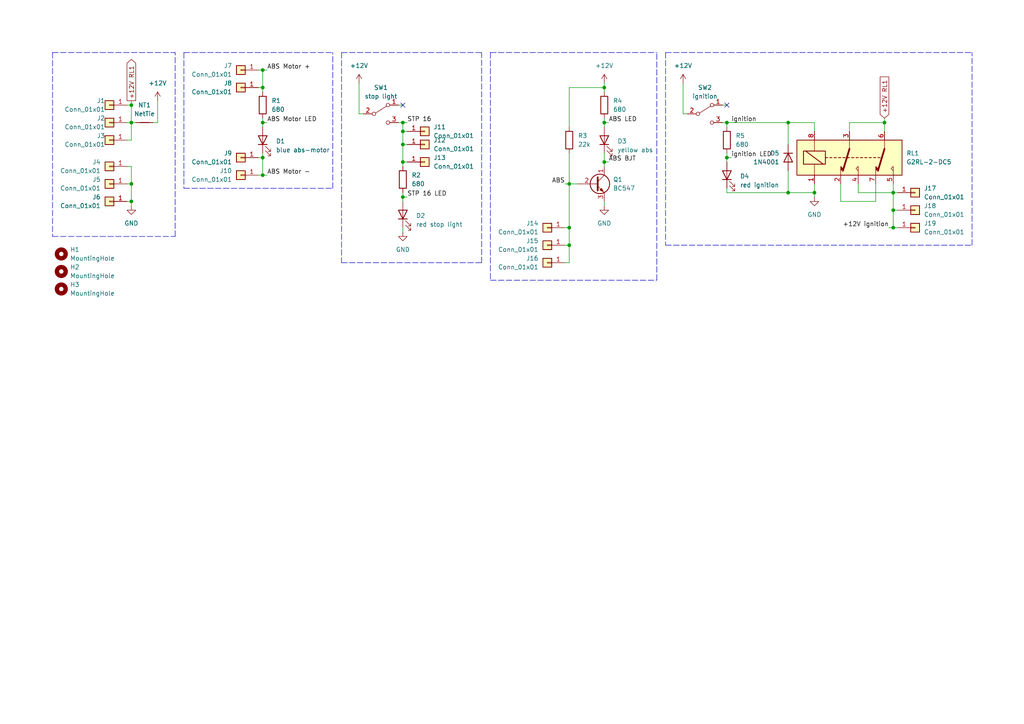
<source format=kicad_sch>
(kicad_sch (version 20211123) (generator eeschema)
  (paper "A4")
  (title_block (title "ABS Simulator Panel") (date "2022-09-20") (rev "${version}") (company "WTF eG") (comment 1 "author: marble") (comment 2 "project id: 2022019"))
  (lib_symbols
    (symbol "Connector_Generic:Conn_01x01" (pin_names (offset 1.016) hide)
      (property "Reference" "J" (at 0 2.54 0))
      (property "Value" "Conn_01x01" (at 0 -2.54 0))
      (symbol "Conn_01x01_1_1"
        (rectangle (start -1.27 0.127) (end 0 -0.127) (stroke (width 0.1524)))
        (rectangle (start -1.27 1.27) (end 1.27 -1.27) (stroke (width 0.254)) (fill (type background)))
        (pin passive line (at -5.08 0 0) (length 3.81) (name "Pin_1") (number "1"))
      )
    )
    (symbol "Device:LED" (pin_numbers hide) (pin_names (offset 1.016) hide)
      (property "Reference" "D" (at 0 2.54 0))
      (property "Value" "LED" (at 0 -2.54 0))
      (symbol "LED_0_1"
        (polyline (pts (xy -1.27 -1.27) (xy -1.27 1.27)) (stroke (width 0.254)))
        (polyline (pts (xy -1.27 0) (xy 1.27 0)))
        (polyline (pts (xy 1.27 -1.27) (xy 1.27 1.27) (xy -1.27 0) (xy 1.27 -1.27)) (stroke (width 0.254)))
        (polyline (pts (xy -3.048 -0.762) (xy -4.572 -2.286) (xy -3.81 -2.286) (xy -4.572 -2.286) (xy -4.572 -1.524)))
        (polyline (pts (xy -1.778 -0.762) (xy -3.302 -2.286) (xy -2.54 -2.286) (xy -3.302 -2.286) (xy -3.302 -1.524)))
      )
      (symbol "LED_1_1"
        (pin passive line (at -3.81 0 0) (length 2.54) (name "K") (number "1"))
        (pin passive line (at 3.81 0 180) (length 2.54) (name "A") (number "2"))
      )
    )
    (symbol "Device:NetTie_2" (pin_numbers hide) (pin_names (offset 0) hide)
      (property "Reference" "NT" (at 0 1.27 0))
      (property "Value" "NetTie_2" (at 0 -1.27 0))
      (symbol "NetTie_2_0_1"
        (polyline (pts (xy -1.27 0) (xy 1.27 0)) (stroke (width 0.254)))
      )
      (symbol "NetTie_2_1_1"
        (pin passive line (at -2.54 0 0) (length 2.54) (name "1") (number "1"))
        (pin passive line (at 2.54 0 180) (length 2.54) (name "2") (number "2"))
      )
    )
    (symbol "Device:R" (pin_numbers hide) (pin_names (offset 0))
      (property "Reference" "R" (at 2.032 0 90))
      (property "Value" "R" (at 0 0 90))
      (symbol "R_0_1"
        (rectangle (start -1.016 -2.54) (end 1.016 2.54) (stroke (width 0.254)))
      )
      (symbol "R_1_1"
        (pin passive line (at 0 3.81 270) (length 1.27) (name "~") (number "1"))
        (pin passive line (at 0 -3.81 90) (length 1.27) (name "~") (number "2"))
      )
    )
    (symbol "Diode:1N4001" (pin_numbers hide) (pin_names (offset 1.016) hide)
      (property "Reference" "D" (at 0 2.54 0))
      (property "Value" "1N4001" (at 0 -2.54 0))
      (symbol "1N4001_0_1"
        (polyline (pts (xy -1.27 1.27) (xy -1.27 -1.27)) (stroke (width 0.254)))
        (polyline (pts (xy 1.27 0) (xy -1.27 0)))
        (polyline (pts (xy 1.27 1.27) (xy 1.27 -1.27) (xy -1.27 0) (xy 1.27 1.27)) (stroke (width 0.254)))
      )
      (symbol "1N4001_1_1"
        (pin passive line (at -3.81 0 0) (length 2.54) (name "K") (number "1"))
        (pin passive line (at 3.81 0 180) (length 2.54) (name "A") (number "2"))
      )
    )
    (symbol "Mechanical:MountingHole" (pin_names (offset 1.016))
      (property "Reference" "H" (at 0 5.08 0))
      (property "Value" "MountingHole" (at 0 3.175 0))
      (symbol "MountingHole_0_1"
        (circle (center 0 0) (radius 1.27) (stroke (width 1.27)))
      )
    )
    (symbol "Relay:G2RL-2-DC5"
      (property "Reference" "RL" (at 16.51 3.81 0))
      (property "Value" "G2RL-2-DC5" (at 16.51 1.27 0))
      (symbol "G2RL-2-DC5_0_1"
        (rectangle (start -15.24 5.08) (end 15.24 -5.08) (stroke (width 0.254)) (fill (type background)))
        (rectangle (start -13.335 1.905) (end -6.985 -1.905) (stroke (width 0.254)))
        (polyline (pts (xy -12.7 -1.905) (xy -7.62 1.905)) (stroke (width 0.254)))
        (polyline (pts (xy -10.16 -5.08) (xy -10.16 -1.905)))
        (polyline (pts (xy -10.16 5.08) (xy -10.16 1.905)))
        (polyline (pts (xy -6.985 0) (xy -6.35 0)) (stroke (width 0.254)))
        (polyline (pts (xy -5.715 0) (xy -5.08 0)) (stroke (width 0.254)))
        (polyline (pts (xy -4.445 0) (xy -3.81 0)) (stroke (width 0.254)))
        (polyline (pts (xy -3.175 0) (xy -2.54 0)) (stroke (width 0.254)))
        (polyline (pts (xy -1.905 0) (xy -1.27 0)) (stroke (width 0.254)))
        (polyline (pts (xy -0.635 0) (xy 0 0)) (stroke (width 0.254)))
        (polyline (pts (xy 0 -2.54) (xy -1.905 3.81)) (stroke (width 0.508)))
        (polyline (pts (xy 0 -2.54) (xy 0 -5.08)))
        (polyline (pts (xy 0.635 0) (xy 1.27 0)) (stroke (width 0.254)))
        (polyline (pts (xy 1.905 0) (xy 2.54 0)) (stroke (width 0.254)))
        (polyline (pts (xy 3.175 0) (xy 3.81 0)) (stroke (width 0.254)))
        (polyline (pts (xy 4.445 0) (xy 5.08 0)) (stroke (width 0.254)))
        (polyline (pts (xy 5.715 0) (xy 6.35 0)) (stroke (width 0.254)))
        (polyline (pts (xy 6.985 0) (xy 7.62 0)) (stroke (width 0.254)))
        (polyline (pts (xy 8.255 0) (xy 8.89 0)) (stroke (width 0.254)))
        (polyline (pts (xy 10.16 -2.54) (xy 8.255 3.81)) (stroke (width 0.508)))
        (polyline (pts (xy 10.16 -2.54) (xy 10.16 -5.08)))
        (polyline (pts (xy -2.54 5.08) (xy -2.54 2.54) (xy -1.905 3.175) (xy -2.54 3.81)) (fill (type outline)))
        (polyline (pts (xy 2.54 5.08) (xy 2.54 2.54) (xy 1.905 3.175) (xy 2.54 3.81)))
        (polyline (pts (xy 7.62 5.08) (xy 7.62 2.54) (xy 8.255 3.175) (xy 7.62 3.81)) (fill (type outline)))
        (polyline (pts (xy 12.7 5.08) (xy 12.7 2.54) (xy 12.065 3.175) (xy 12.7 3.81)))
      )
      (symbol "G2RL-2-DC5_1_1"
        (pin passive line (at -10.16 7.62 270) (length 2.54) (name "~") (number "1"))
        (pin passive line (at -2.54 7.62 270) (length 2.54) (name "~") (number "2"))
        (pin passive line (at 0 -7.62 90) (length 2.54) (name "~") (number "3"))
        (pin passive line (at 2.54 7.62 270) (length 2.54) (name "~") (number "4"))
        (pin passive line (at 12.7 7.62 270) (length 2.54) (name "~") (number "5"))
        (pin passive line (at 10.16 -7.62 90) (length 2.54) (name "~") (number "6"))
        (pin passive line (at 7.62 7.62 270) (length 2.54) (name "~") (number "7"))
        (pin passive line (at -10.16 -7.62 90) (length 2.54) (name "~") (number "8"))
      )
    )
    (symbol "Switch:SW_SPDT" (pin_names (offset 0) hide)
      (property "Reference" "SW" (at 0 4.318 0))
      (property "Value" "SW_SPDT" (at 0 -5.08 0))
      (symbol "SW_SPDT_0_0"
        (circle (center -2.032 0) (radius 0.508))
        (circle (center 2.032 -2.54) (radius 0.508))
      )
      (symbol "SW_SPDT_0_1"
        (polyline (pts (xy -1.524 0.254) (xy 1.651 2.286)))
        (circle (center 2.032 2.54) (radius 0.508))
      )
      (symbol "SW_SPDT_1_1"
        (pin passive line (at 5.08 2.54 180) (length 2.54) (name "A") (number "1"))
        (pin passive line (at -5.08 0 0) (length 2.54) (name "B") (number "2"))
        (pin passive line (at 5.08 -2.54 180) (length 2.54) (name "C") (number "3"))
      )
    )
    (symbol "Transistor_BJT:BC547" (pin_names (offset 0) hide)
      (property "Reference" "Q" (at 5.08 1.905 0))
      (property "Value" "BC547" (at 5.08 0 0))
      (symbol "BC547_0_1"
        (polyline (pts (xy 0 0) (xy 0.635 0)))
        (polyline (pts (xy 0.635 0.635) (xy 2.54 2.54)))
        (polyline (pts (xy 0.635 -0.635) (xy 2.54 -2.54) (xy 2.54 -2.54)))
        (polyline (pts (xy 0.635 1.905) (xy 0.635 -1.905) (xy 0.635 -1.905)) (stroke (width 0.508)))
        (polyline (pts (xy 1.27 -1.778) (xy 1.778 -1.27) (xy 2.286 -2.286) (xy 1.27 -1.778) (xy 1.27 -1.778)) (fill (type outline)))
        (circle (center 1.27 0) (radius 2.8194) (stroke (width 0.254)))
      )
      (symbol "BC547_1_1"
        (pin passive line (at 2.54 5.08 270) (length 2.54) (name "C") (number "1"))
        (pin input line (at -5.08 0 0) (length 5.08) (name "B") (number "2"))
        (pin passive line (at 2.54 -5.08 90) (length 2.54) (name "E") (number "3"))
      )
    )
    (symbol "power:+12V" (power) (pin_names (offset 0))
      (property "Value" "+12V" (at 0 3.556 0))
      (symbol "+12V_0_1"
        (polyline (pts (xy -0.762 1.27) (xy 0 2.54)))
        (polyline (pts (xy 0 0) (xy 0 2.54)))
        (polyline (pts (xy 0 2.54) (xy 0.762 1.27)))
      )
      (symbol "+12V_1_1"
        (pin power_in line (at 0 0 90) (length 0) hide (name "+12V") (number "1"))
      )
    )
    (symbol "power:GND" (power) (pin_names (offset 0))
      (property "Value" "GND" (at 0 -3.81 0))
      (symbol "GND_0_1"
        (polyline (pts (xy 0 0) (xy 0 -1.27) (xy 1.27 -1.27) (xy 0 -2.54) (xy -1.27 -1.27) (xy 0 -1.27)))
      )
      (symbol "GND_1_1"
        (pin power_in line (at 0 0 270) (length 0) hide (name "GND") (number "1"))
      )
    )
  )
  (junction (at 228.6 55.88))
  (junction (at 76.2 50.8))
  (junction (at 116.84 41.91))
  (junction (at 210.82 45.72))
  (junction (at 256.54 35.56))
  (junction (at 175.26 25.4))
  (junction (at 76.2 45.72))
  (junction (at 38.1 58.42))
  (junction (at 165.1 53.34))
  (junction (at 236.22 55.88))
  (junction (at 210.82 35.56))
  (junction (at 165.1 71.12))
  (junction (at 76.2 35.56))
  (junction (at 38.1 53.34))
  (junction (at 116.84 35.56))
  (junction (at 228.6 35.56))
  (junction (at 76.2 25.4))
  (junction (at 116.84 46.99))
  (junction (at 116.84 38.1))
  (junction (at 259.08 60.96))
  (junction (at 38.1 30.48))
  (junction (at 259.08 66.04))
  (junction (at 76.2 20.32))
  (junction (at 116.84 57.15))
  (junction (at 175.26 35.56))
  (junction (at 38.1 35.56))
  (junction (at 165.1 66.04))
  (junction (at 259.08 55.88))
  (junction (at 175.26 46.99))
  (no_connect (at 210.82 30.48))
  (no_connect (at 116.84 30.48))
  (wire (pts (xy 175.26 46.99) (xy 175.26 48.26)))
  (polyline (pts (xy 281.94 71.12) (xy 281.94 15.24)))
  (wire (pts (xy 165.1 25.4) (xy 165.1 36.83)))
  (wire (pts (xy 116.84 35.56) (xy 115.57 35.56)))
  (polyline (pts (xy 142.24 15.24) (xy 142.24 81.28)))
  (wire (pts (xy 259.08 55.88) (xy 260.35 55.88)))
  (wire (pts (xy 175.26 24.13) (xy 175.26 25.4)))
  (wire (pts (xy 210.82 54.61) (xy 210.82 55.88)))
  (wire (pts (xy 248.92 53.34) (xy 248.92 55.88)))
  (wire (pts (xy 38.1 35.56) (xy 38.1 40.64)))
  (wire (pts (xy 175.26 44.45) (xy 175.26 46.99)))
  (wire (pts (xy 116.84 55.88) (xy 116.84 57.15)))
  (wire (pts (xy 38.1 53.34) (xy 38.1 48.26)))
  (polyline (pts (xy 15.24 68.58) (xy 50.8 68.58)))
  (wire (pts (xy 116.84 35.56) (xy 116.84 38.1)))
  (wire (pts (xy 38.1 58.42) (xy 38.1 53.34)))
  (wire (pts (xy 248.92 55.88) (xy 259.08 55.88)))
  (wire (pts (xy 38.1 58.42) (xy 38.1 59.69)))
  (wire (pts (xy 210.82 45.72) (xy 212.09 45.72)))
  (wire (pts (xy 104.14 33.02) (xy 105.41 33.02)))
  (wire (pts (xy 76.2 20.32) (xy 74.93 20.32)))
  (wire (pts (xy 116.84 46.99) (xy 116.84 48.26)))
  (wire (pts (xy 76.2 20.32) (xy 76.2 25.4)))
  (wire (pts (xy 256.54 35.56) (xy 246.38 35.56)))
  (wire (pts (xy 76.2 34.29) (xy 76.2 35.56)))
  (wire (pts (xy 236.22 55.88) (xy 236.22 53.34)))
  (wire (pts (xy 254 53.34) (xy 254 58.42)))
  (wire (pts (xy 259.08 53.34) (xy 259.08 55.88)))
  (wire (pts (xy 38.1 53.34) (xy 36.83 53.34)))
  (wire (pts (xy 236.22 38.1) (xy 236.22 35.56)))
  (wire (pts (xy 236.22 35.56) (xy 228.6 35.56)))
  (wire (pts (xy 163.83 66.04) (xy 165.1 66.04)))
  (polyline (pts (xy 142.24 15.24) (xy 190.5 15.24)))
  (wire (pts (xy 228.6 49.53) (xy 228.6 55.88)))
  (polyline (pts (xy 190.5 81.28) (xy 190.5 15.24)))
  (wire (pts (xy 246.38 35.56) (xy 246.38 38.1)))
  (wire (pts (xy 175.26 46.99) (xy 176.53 46.99)))
  (wire (pts (xy 165.1 53.34) (xy 165.1 66.04)))
  (polyline (pts (xy 193.04 15.24) (xy 193.04 71.12)))
  (wire (pts (xy 115.57 30.48) (xy 116.84 30.48)))
  (polyline (pts (xy 50.8 68.58) (xy 50.8 15.24)))
  (wire (pts (xy 228.6 35.56) (xy 228.6 41.91)))
  (wire (pts (xy 116.84 35.56) (xy 118.11 35.56)))
  (wire (pts (xy 36.83 58.42) (xy 38.1 58.42)))
  (wire (pts (xy 116.84 41.91) (xy 116.84 46.99)))
  (wire (pts (xy 209.55 35.56) (xy 210.82 35.56)))
  (wire (pts (xy 259.08 60.96) (xy 259.08 66.04)))
  (wire (pts (xy 36.83 35.56) (xy 38.1 35.56)))
  (wire (pts (xy 38.1 30.48) (xy 36.83 30.48)))
  (wire (pts (xy 116.84 41.91) (xy 118.11 41.91)))
  (polyline (pts (xy 15.24 15.24) (xy 50.8 15.24)))
  (polyline (pts (xy 53.34 15.24) (xy 96.52 15.24)))
  (wire (pts (xy 175.26 35.56) (xy 175.26 36.83)))
  (wire (pts (xy 104.14 24.13) (xy 104.14 33.02)))
  (wire (pts (xy 236.22 55.88) (xy 236.22 57.15)))
  (wire (pts (xy 256.54 34.29) (xy 256.54 35.56)))
  (wire (pts (xy 256.54 35.56) (xy 256.54 38.1)))
  (wire (pts (xy 38.1 29.21) (xy 38.1 30.48)))
  (wire (pts (xy 76.2 44.45) (xy 76.2 45.72)))
  (wire (pts (xy 175.26 26.67) (xy 175.26 25.4)))
  (wire (pts (xy 76.2 35.56) (xy 76.2 36.83)))
  (wire (pts (xy 175.26 35.56) (xy 176.53 35.56)))
  (wire (pts (xy 74.93 50.8) (xy 76.2 50.8)))
  (wire (pts (xy 198.12 33.02) (xy 199.39 33.02)))
  (wire (pts (xy 74.93 25.4) (xy 76.2 25.4)))
  (wire (pts (xy 210.82 44.45) (xy 210.82 45.72)))
  (wire (pts (xy 38.1 48.26) (xy 36.83 48.26)))
  (wire (pts (xy 116.84 38.1) (xy 118.11 38.1)))
  (wire (pts (xy 210.82 35.56) (xy 210.82 36.83)))
  (polyline (pts (xy 142.24 81.28) (xy 190.5 81.28)))
  (wire (pts (xy 257.81 66.04) (xy 259.08 66.04)))
  (polyline (pts (xy 99.06 15.24) (xy 99.06 76.2)))
  (wire (pts (xy 38.1 35.56) (xy 39.37 35.56)))
  (wire (pts (xy 210.82 55.88) (xy 228.6 55.88)))
  (wire (pts (xy 76.2 50.8) (xy 76.2 45.72)))
  (polyline (pts (xy 99.06 15.24) (xy 139.7 15.24)))
  (wire (pts (xy 175.26 58.42) (xy 175.26 59.69)))
  (wire (pts (xy 259.08 60.96) (xy 260.35 60.96)))
  (wire (pts (xy 165.1 44.45) (xy 165.1 53.34)))
  (wire (pts (xy 165.1 53.34) (xy 167.64 53.34)))
  (wire (pts (xy 163.83 76.2) (xy 165.1 76.2)))
  (wire (pts (xy 116.84 46.99) (xy 118.11 46.99)))
  (wire (pts (xy 243.84 53.34) (xy 243.84 58.42)))
  (polyline (pts (xy 53.34 54.61) (xy 96.52 54.61)))
  (wire (pts (xy 45.72 29.21) (xy 45.72 35.56)))
  (wire (pts (xy 175.26 34.29) (xy 175.26 35.56)))
  (wire (pts (xy 38.1 30.48) (xy 38.1 35.56)))
  (polyline (pts (xy 99.06 76.2) (xy 139.7 76.2)))
  (wire (pts (xy 116.84 66.04) (xy 116.84 67.31)))
  (wire (pts (xy 163.83 71.12) (xy 165.1 71.12)))
  (polyline (pts (xy 139.7 76.2) (xy 139.7 15.24)))
  (wire (pts (xy 259.08 66.04) (xy 260.35 66.04)))
  (polyline (pts (xy 15.24 15.24) (xy 15.24 68.58)))
  (wire (pts (xy 116.84 57.15) (xy 118.11 57.15)))
  (wire (pts (xy 76.2 25.4) (xy 76.2 26.67)))
  (wire (pts (xy 228.6 55.88) (xy 236.22 55.88)))
  (wire (pts (xy 243.84 58.42) (xy 254 58.42)))
  (polyline (pts (xy 193.04 71.12) (xy 281.94 71.12)))
  (wire (pts (xy 259.08 55.88) (xy 259.08 60.96)))
  (wire (pts (xy 76.2 35.56) (xy 77.47 35.56)))
  (wire (pts (xy 210.82 35.56) (xy 228.6 35.56)))
  (wire (pts (xy 44.45 35.56) (xy 45.72 35.56)))
  (wire (pts (xy 116.84 57.15) (xy 116.84 58.42)))
  (wire (pts (xy 165.1 71.12) (xy 165.1 66.04)))
  (wire (pts (xy 210.82 45.72) (xy 210.82 46.99)))
  (wire (pts (xy 76.2 50.8) (xy 77.47 50.8)))
  (wire (pts (xy 209.55 30.48) (xy 210.82 30.48)))
  (wire (pts (xy 76.2 20.32) (xy 77.47 20.32)))
  (wire (pts (xy 116.84 38.1) (xy 116.84 41.91)))
  (polyline (pts (xy 53.34 15.24) (xy 53.34 54.61)))
  (polyline (pts (xy 96.52 54.61) (xy 96.52 15.24)))
  (wire (pts (xy 38.1 40.64) (xy 36.83 40.64)))
  (wire (pts (xy 175.26 25.4) (xy 165.1 25.4)))
  (wire (pts (xy 74.93 45.72) (xy 76.2 45.72)))
  (wire (pts (xy 165.1 76.2) (xy 165.1 71.12)))
  (wire (pts (xy 198.12 24.13) (xy 198.12 33.02)))
  (wire (pts (xy 163.83 53.34) (xy 165.1 53.34)))
  (polyline (pts (xy 193.04 15.24) (xy 281.94 15.24)))
  (label "ABS BJT" (at 176.53 46.99 0))
  (label "ABS Motor LED" (at 77.47 35.56 0))
  (label "+12V ignition" (at 257.81 66.04 180))
  (label "STP 16" (at 118.11 35.56 0))
  (label "ABS Motor +" (at 77.47 20.32 0))
  (label "STP 16 LED" (at 118.11 57.15 0))
  (label "ABS Motor -" (at 77.47 50.8 0))
  (label "ABS" (at 163.83 53.34 180))
  (label "ignition LED" (at 212.09 45.72 0))
  (label "ABS LED" (at 176.53 35.56 0))
  (label "ignition" (at 212.09 35.56 0))
  (global_label "+12V RL1" (shape input) (at 256.54 34.29 90) (property "Intersheet References" "${INTERSHEET_REFS}" (effects hide)))
  (global_label "+12V RL1" (shape output) (at 38.1 29.21 90) (property "Intersheet References" "${INTERSHEET_REFS}" (effects hide)))
  (symbol (lib_id "Connector_Generic:Conn_01x01") (at 69.85 25.4 180) (unit 1)
    (property "Reference" "J8" (at 67.31 24.1299 0) (effects (justify left)))
    (property "Value" "Conn_01x01" (at 67.31 26.6699 0) (effects (justify left)))
    (property "Footprint" "Connector_Wire:SolderWire-0.75sqmm_1x01_D1.25mm_OD3.5mm" (effects hide))
  )
  (symbol (lib_id "Connector_Generic:Conn_01x01") (at 158.75 71.12 180) (unit 1)
    (property "Reference" "J15" (at 156.21 69.8499 0) (effects (justify left)))
    (property "Value" "Conn_01x01" (at 156.21 72.3899 0) (effects (justify left)))
    (property "Footprint" "Connector_Wire:SolderWire-0.75sqmm_1x01_D1.25mm_OD3.5mm" (effects hide))
  )
  (symbol (lib_id "Mechanical:MountingHole") (at 17.78 83.82 0) (unit 1)
    (property "Reference" "H3" (at 20.32 82.5499 0) (effects (justify left)))
    (property "Value" "MountingHole" (at 20.32 85.0899 0) (effects (justify left)))
    (property "Footprint" "MountingHole:MountingHole_4.5mm" (effects hide))
  )
  (symbol (lib_id "Device:R") (at 210.82 40.64 0) (unit 1)
    (property "Reference" "R5" (at 213.36 39.3699 0) (effects (justify left)))
    (property "Value" "680" (at 213.36 41.9099 0) (effects (justify left)))
    (property "Footprint" "Resistor_THT:R_Axial_DIN0207_L6.3mm_D2.5mm_P10.16mm_Horizontal" (effects hide))
  )
  (symbol (lib_id "power:+12V") (at 198.12 24.13 0) (unit 1)
    (property "Reference" "#PWR07" (effects hide))
    (property "Value" "+12V" (at 198.12 19.05 0))
  )
  (symbol (lib_id "Switch:SW_SPDT") (at 110.49 33.02 0) (unit 1)
    (property "Reference" "SW1" (at 110.49 25.4 0))
    (property "Value" "stop light" (at 110.49 27.94 0))
    (property "Footprint" "Switch_MTS:MTS-102" (effects hide))
  )
  (symbol (lib_id "Connector_Generic:Conn_01x01") (at 31.75 58.42 180) (unit 1)
    (property "Reference" "J6" (at 29.21 57.1499 0) (effects (justify left)))
    (property "Value" "Conn_01x01" (at 29.21 59.6899 0) (effects (justify left)))
    (property "Footprint" "Connector_Wire:SolderWire-0.75sqmm_1x01_D1.25mm_OD3.5mm" (effects hide))
  )
  (symbol (lib_id "Connector_Generic:Conn_01x01") (at 31.75 30.48 0) (mirror y) (unit 1)
    (property "Reference" "J1" (at 30.48 29.2099 0) (effects (justify left)))
    (property "Value" "Conn_01x01" (at 30.48 31.7499 0) (effects (justify left)))
    (property "Footprint" "Connector_Wire:SolderWire-0.75sqmm_1x01_D1.25mm_OD3.5mm" (effects hide))
  )
  (symbol (lib_id "Device:LED") (at 76.2 40.64 90) (unit 1)
    (property "Reference" "D1" (at 80.01 40.9574 90) (effects (justify right)))
    (property "Value" "blue abs-motor" (at 80.01 43.4974 90) (effects (justify right)))
    (property "Footprint" "LED_THT:LED_D5.0mm" (effects hide))
  )
  (symbol (lib_id "Device:NetTie_2") (at 41.91 35.56 0) (unit 1)
    (property "Reference" "NT1" (at 41.91 30.48 0))
    (property "Value" "NetTie" (at 41.91 33.02 0))
    (property "Footprint" "NetTie:NetTie-2_SMD_Pad2.0mm" (effects hide))
  )
  (symbol (lib_id "Connector_Generic:Conn_01x01") (at 31.75 48.26 180) (unit 1)
    (property "Reference" "J4" (at 29.21 46.9899 0) (effects (justify left)))
    (property "Value" "Conn_01x01" (at 29.21 49.5299 0) (effects (justify left)))
    (property "Footprint" "Connector_Wire:SolderWire-0.75sqmm_1x01_D1.25mm_OD3.5mm" (effects hide))
  )
  (symbol (lib_id "Device:R") (at 165.1 40.64 0) (unit 1)
    (property "Reference" "R3" (at 167.64 39.3699 0) (effects (justify left)))
    (property "Value" "22k" (at 167.64 41.9099 0) (effects (justify left)))
    (property "Footprint" "Resistor_THT:R_Axial_DIN0207_L6.3mm_D2.5mm_P10.16mm_Horizontal" (effects hide))
  )
  (symbol (lib_id "power:GND") (at 236.22 57.15 0) (unit 1)
    (property "Reference" "#PWR08" (effects hide))
    (property "Value" "GND" (at 236.22 62.23 0))
  )
  (symbol (lib_id "Connector_Generic:Conn_01x01") (at 31.75 53.34 180) (unit 1)
    (property "Reference" "J5" (at 29.21 52.0699 0) (effects (justify left)))
    (property "Value" "Conn_01x01" (at 29.21 54.6099 0) (effects (justify left)))
    (property "Footprint" "Connector_Wire:SolderWire-0.75sqmm_1x01_D1.25mm_OD3.5mm" (effects hide))
  )
  (symbol (lib_id "Connector_Generic:Conn_01x01") (at 265.43 66.04 0) (unit 1)
    (property "Reference" "J19" (at 267.97 64.7699 0) (effects (justify left)))
    (property "Value" "Conn_01x01" (at 267.97 67.3099 0) (effects (justify left)))
    (property "Footprint" "Connector_Wire:SolderWire-0.75sqmm_1x01_D1.25mm_OD3.5mm" (effects hide))
  )
  (symbol (lib_id "power:GND") (at 38.1 59.69 0) (unit 1)
    (property "Reference" "#PWR01" (effects hide))
    (property "Value" "GND" (at 38.1 64.77 0))
  )
  (symbol (lib_id "Mechanical:MountingHole") (at 17.78 73.66 0) (unit 1)
    (property "Reference" "H1" (at 20.32 72.3899 0) (effects (justify left)))
    (property "Value" "MountingHole" (at 20.32 74.9299 0) (effects (justify left)))
    (property "Footprint" "MountingHole:MountingHole_4.5mm" (effects hide))
  )
  (symbol (lib_id "Connector_Generic:Conn_01x01") (at 69.85 50.8 0) (mirror y) (unit 1)
    (property "Reference" "J10" (at 67.31 49.5299 0) (effects (justify left)))
    (property "Value" "Conn_01x01" (at 67.31 52.0699 0) (effects (justify left)))
    (property "Footprint" "Connector_Wire:SolderWire-0.75sqmm_1x01_D1.25mm_OD3.5mm" (effects hide))
  )
  (symbol (lib_id "Connector_Generic:Conn_01x01") (at 123.19 41.91 0) (unit 1)
    (property "Reference" "J12" (at 125.73 40.6399 0) (effects (justify left)))
    (property "Value" "Conn_01x01" (at 125.73 43.1799 0) (effects (justify left)))
    (property "Footprint" "Connector_Wire:SolderWire-0.75sqmm_1x01_D1.25mm_OD3.5mm" (effects hide))
  )
  (symbol (lib_id "power:GND") (at 175.26 59.69 0) (unit 1)
    (property "Reference" "#PWR06" (effects hide))
    (property "Value" "GND" (at 175.26 64.77 0))
  )
  (symbol (lib_id "Connector_Generic:Conn_01x01") (at 31.75 35.56 0) (mirror y) (unit 1)
    (property "Reference" "J2" (at 30.48 34.2899 0) (effects (justify left)))
    (property "Value" "Conn_01x01" (at 30.48 36.8299 0) (effects (justify left)))
    (property "Footprint" "Connector_Wire:SolderWire-0.75sqmm_1x01_D1.25mm_OD3.5mm" (effects hide))
  )
  (symbol (lib_id "power:+12V") (at 45.72 29.21 0) (unit 1)
    (property "Reference" "#PWR02" (effects hide))
    (property "Value" "+12V" (at 45.72 24.13 0))
  )
  (symbol (lib_id "Transistor_BJT:BC547") (at 172.72 53.34 0) (unit 1)
    (property "Reference" "Q1" (at 177.8 52.0699 0) (effects (justify left)))
    (property "Value" "BC547" (at 177.8 54.6099 0) (effects (justify left)))
    (property "Footprint" "Package_TO_SOT_THT:TO-92_Inline" (effects hide))
    (property "Datasheet" "https://www.onsemi.com/pub/Collateral/BC550-D.pdf" (effects hide))
  )
  (symbol (lib_id "power:GND") (at 116.84 67.31 0) (unit 1)
    (property "Reference" "#PWR04" (effects hide))
    (property "Value" "GND" (at 116.84 72.39 0))
  )
  (symbol (lib_id "Connector_Generic:Conn_01x01") (at 123.19 46.99 0) (unit 1)
    (property "Reference" "J13" (at 125.73 45.7199 0) (effects (justify left)))
    (property "Value" "Conn_01x01" (at 125.73 48.2599 0) (effects (justify left)))
    (property "Footprint" "Connector_Wire:SolderWire-0.75sqmm_1x01_D1.25mm_OD3.5mm" (effects hide))
  )
  (symbol (lib_id "Connector_Generic:Conn_01x01") (at 69.85 45.72 0) (mirror y) (unit 1)
    (property "Reference" "J9" (at 67.31 44.4499 0) (effects (justify left)))
    (property "Value" "Conn_01x01" (at 67.31 46.9899 0) (effects (justify left)))
    (property "Footprint" "Connector_Wire:SolderWire-0.75sqmm_1x01_D1.25mm_OD3.5mm" (effects hide))
  )
  (symbol (lib_id "Connector_Generic:Conn_01x01") (at 69.85 20.32 180) (unit 1)
    (property "Reference" "J7" (at 67.31 19.0499 0) (effects (justify left)))
    (property "Value" "Conn_01x01" (at 67.31 21.5899 0) (effects (justify left)))
    (property "Footprint" "Connector_Wire:SolderWire-0.75sqmm_1x01_D1.25mm_OD3.5mm" (effects hide))
  )
  (symbol (lib_id "Mechanical:MountingHole") (at 17.78 78.74 0) (unit 1)
    (property "Reference" "H2" (at 20.32 77.4699 0) (effects (justify left)))
    (property "Value" "MountingHole" (at 20.32 80.0099 0) (effects (justify left)))
    (property "Footprint" "MountingHole:MountingHole_4.5mm" (effects hide))
  )
  (symbol (lib_id "Device:LED") (at 210.82 50.8 90) (unit 1)
    (property "Reference" "D4" (at 214.63 51.1174 90) (effects (justify right)))
    (property "Value" "red ignition" (at 214.63 53.6574 90) (effects (justify right)))
    (property "Footprint" "LED_THT:LED_D5.0mm" (effects hide))
  )
  (symbol (lib_id "power:+12V") (at 175.26 24.13 0) (unit 1)
    (property "Reference" "#PWR05" (effects hide))
    (property "Value" "+12V" (at 175.26 19.05 0))
  )
  (symbol (lib_id "Switch:SW_SPDT") (at 204.47 33.02 0) (unit 1)
    (property "Reference" "SW2" (at 204.47 25.4 0))
    (property "Value" "ignition" (at 204.47 27.94 0))
    (property "Footprint" "Switch_MTS:MTS-102" (effects hide))
  )
  (symbol (lib_id "Device:R") (at 175.26 30.48 0) (unit 1)
    (property "Reference" "R4" (at 177.8 29.2099 0) (effects (justify left)))
    (property "Value" "680" (at 177.8 31.7499 0) (effects (justify left)))
    (property "Footprint" "Resistor_THT:R_Axial_DIN0207_L6.3mm_D2.5mm_P10.16mm_Horizontal" (effects hide))
  )
  (symbol (lib_id "Connector_Generic:Conn_01x01") (at 158.75 66.04 180) (unit 1)
    (property "Reference" "J14" (at 156.21 64.7699 0) (effects (justify left)))
    (property "Value" "Conn_01x01" (at 156.21 67.3099 0) (effects (justify left)))
    (property "Footprint" "Connector_Wire:SolderWire-0.75sqmm_1x01_D1.25mm_OD3.5mm" (effects hide))
  )
  (symbol (lib_id "Connector_Generic:Conn_01x01") (at 265.43 55.88 0) (unit 1)
    (property "Reference" "J17" (at 267.97 54.6099 0) (effects (justify left)))
    (property "Value" "Conn_01x01" (at 267.97 57.1499 0) (effects (justify left)))
    (property "Footprint" "Connector_Wire:SolderWire-0.75sqmm_1x01_D1.25mm_OD3.5mm" (effects hide))
  )
  (symbol (lib_id "Connector_Generic:Conn_01x01") (at 158.75 76.2 180) (unit 1)
    (property "Reference" "J16" (at 156.21 74.9299 0) (effects (justify left)))
    (property "Value" "Conn_01x01" (at 156.21 77.4699 0) (effects (justify left)))
    (property "Footprint" "Connector_Wire:SolderWire-0.75sqmm_1x01_D1.25mm_OD3.5mm" (effects hide))
  )
  (symbol (lib_id "power:+12V") (at 104.14 24.13 0) (unit 1)
    (property "Reference" "#PWR03" (effects hide))
    (property "Value" "+12V" (at 104.14 19.05 0))
  )
  (symbol (lib_id "Device:LED") (at 175.26 40.64 90) (unit 1)
    (property "Reference" "D3" (at 179.07 40.9574 90) (effects (justify right)))
    (property "Value" "yellow abs" (at 179.07 43.4974 90) (effects (justify right)))
    (property "Footprint" "LED_THT:LED_D5.0mm" (effects hide))
  )
  (symbol (lib_id "Connector_Generic:Conn_01x01") (at 31.75 40.64 0) (mirror y) (unit 1)
    (property "Reference" "J3" (at 30.48 39.3699 0) (effects (justify left)))
    (property "Value" "Conn_01x01" (at 30.48 41.9099 0) (effects (justify left)))
    (property "Footprint" "Connector_Wire:SolderWire-0.75sqmm_1x01_D1.25mm_OD3.5mm" (effects hide))
  )
  (symbol (lib_id "Device:R") (at 116.84 52.07 0) (unit 1)
    (property "Reference" "R2" (at 119.38 50.7999 0) (effects (justify left)))
    (property "Value" "680" (at 119.38 53.3399 0) (effects (justify left)))
    (property "Footprint" "Resistor_THT:R_Axial_DIN0207_L6.3mm_D2.5mm_P10.16mm_Horizontal" (effects hide))
  )
  (symbol (lib_id "Connector_Generic:Conn_01x01") (at 123.19 38.1 0) (unit 1)
    (property "Reference" "J11" (at 125.73 36.8299 0) (effects (justify left)))
    (property "Value" "Conn_01x01" (at 125.73 39.3699 0) (effects (justify left)))
    (property "Footprint" "Connector_Wire:SolderWire-0.75sqmm_1x01_D1.25mm_OD3.5mm" (effects hide))
  )
  (symbol (lib_id "Connector_Generic:Conn_01x01") (at 265.43 60.96 0) (unit 1)
    (property "Reference" "J18" (at 267.97 59.6899 0) (effects (justify left)))
    (property "Value" "Conn_01x01" (at 267.97 62.2299 0) (effects (justify left)))
    (property "Footprint" "Connector_Wire:SolderWire-0.75sqmm_1x01_D1.25mm_OD3.5mm" (effects hide))
  )
  (symbol (lib_id "Relay:G2RL-2-DC5") (at 246.38 45.72 0) (mirror x) (unit 1)
    (property "Reference" "RL1" (at 262.89 44.4499 0) (effects (justify left)))
    (property "Value" "G2RL-2-DC5" (at 262.89 46.9899 0) (effects (justify left)))
    (property "Footprint" "Relay_THT:Relay_DPDT_Omron_G2RL" (effects hide))
    (property "Datasheet" "https://omronfs.omron.com/en_US/ecb/products/pdf/en-g2rl.pdf" (effects hide))
  )
  (symbol (lib_id "Device:LED") (at 116.84 62.23 90) (unit 1)
    (property "Reference" "D2" (at 120.65 62.5474 90) (effects (justify right)))
    (property "Value" "red stop light" (at 120.65 65.0874 90) (effects (justify right)))
    (property "Footprint" "LED_THT:LED_D5.0mm" (effects hide))
  )
  (symbol (lib_id "Device:R") (at 76.2 30.48 0) (unit 1)
    (property "Reference" "R1" (at 78.74 29.2099 0) (effects (justify left)))
    (property "Value" "680" (at 78.74 31.7499 0) (effects (justify left)))
    (property "Footprint" "Resistor_THT:R_Axial_DIN0207_L6.3mm_D2.5mm_P10.16mm_Horizontal" (effects hide))
  )
  (symbol (lib_id "Diode:1N4001") (at 228.6 45.72 270) (unit 1)
    (property "Reference" "D5" (at 226.06 44.4499 90) (effects (justify right)))
    (property "Value" "1N4001" (at 226.06 46.9899 90) (effects (justify right)))
    (property "Footprint" "Diode_THT:D_DO-41_SOD81_P10.16mm_Horizontal" (effects hide))
    (property "Datasheet" "http://www.vishay.com/docs/88503/1n4001.pdf" (effects hide))
  )
)
</source>
